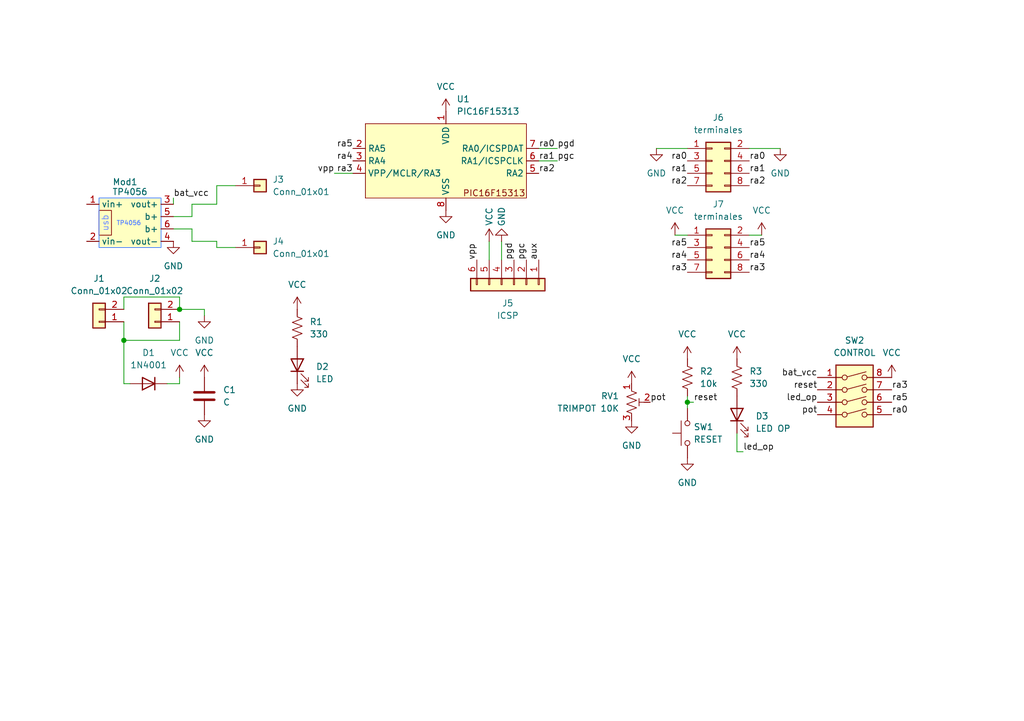
<source format=kicad_sch>
(kicad_sch (version 20231120) (generator "eeschema") (generator_version "8.0")
  (paper "A5")
  (title_block (title "Pecten mi 16F15313") (date "2025-02-23") (rev "V0.1") (company "MGV3D") (comment 1 "Ing. Mucio Fausto Gómez Vieyra"))
  (lib_symbols
    (symbol "Connector_Generic:Conn_01x01" (pin_names (offset 1.016) hide)
      (property "Reference" "J" (at 0 2.54 0))
      (property "Value" "Conn_01x01" (at 0 -2.54 0))
      (symbol "Conn_01x01_1_1"
        (rectangle (start -1.27 0.127) (end 0 -0.127) (stroke (width 0.1524)))
        (rectangle (start -1.27 1.27) (end 1.27 -1.27) (stroke (width 0.254)) (fill (type background)))
        (pin passive line (at -5.08 0 0) (length 3.81) (name "Pin_1") (number "1"))
      )
    )
    (symbol "Connector_Generic:Conn_01x02" (pin_names (offset 1.016) hide)
      (property "Reference" "J" (at 0 2.54 0))
      (property "Value" "Conn_01x02" (at 0 -5.08 0))
      (symbol "Conn_01x02_1_1"
        (rectangle (start -1.27 -2.413) (end 0 -2.667) (stroke (width 0.1524)))
        (rectangle (start -1.27 0.127) (end 0 -0.127) (stroke (width 0.1524)))
        (rectangle (start -1.27 1.27) (end 1.27 -3.81) (stroke (width 0.254)) (fill (type background)))
        (pin passive line (at -5.08 0 0) (length 3.81) (name "Pin_1") (number "1"))
        (pin passive line (at -5.08 -2.54 0) (length 3.81) (name "Pin_2") (number "2"))
      )
    )
    (symbol "Connector_Generic:Conn_01x06" (pin_names (offset 1.016) hide)
      (property "Reference" "J" (at 0 7.62 0))
      (property "Value" "Conn_01x06" (at 0 -10.16 0))
      (symbol "Conn_01x06_1_1"
        (rectangle (start -1.27 -7.493) (end 0 -7.747) (stroke (width 0.1524)))
        (rectangle (start -1.27 -4.953) (end 0 -5.207) (stroke (width 0.1524)))
        (rectangle (start -1.27 -2.413) (end 0 -2.667) (stroke (width 0.1524)))
        (rectangle (start -1.27 0.127) (end 0 -0.127) (stroke (width 0.1524)))
        (rectangle (start -1.27 2.667) (end 0 2.413) (stroke (width 0.1524)))
        (rectangle (start -1.27 5.207) (end 0 4.953) (stroke (width 0.1524)))
        (rectangle (start -1.27 6.35) (end 1.27 -8.89) (stroke (width 0.254)) (fill (type background)))
        (pin passive line (at -5.08 5.08 0) (length 3.81) (name "Pin_1") (number "1"))
        (pin passive line (at -5.08 2.54 0) (length 3.81) (name "Pin_2") (number "2"))
        (pin passive line (at -5.08 0 0) (length 3.81) (name "Pin_3") (number "3"))
        (pin passive line (at -5.08 -2.54 0) (length 3.81) (name "Pin_4") (number "4"))
        (pin passive line (at -5.08 -5.08 0) (length 3.81) (name "Pin_5") (number "5"))
        (pin passive line (at -5.08 -7.62 0) (length 3.81) (name "Pin_6") (number "6"))
      )
    )
    (symbol "Connector_Generic:Conn_02x04_Odd_Even" (pin_names (offset 1.016) hide)
      (property "Reference" "J" (at 1.27 5.08 0))
      (property "Value" "Conn_02x04_Odd_Even" (at 1.27 -7.62 0))
      (symbol "Conn_02x04_Odd_Even_1_1"
        (rectangle (start -1.27 -4.953) (end 0 -5.207) (stroke (width 0.1524)))
        (rectangle (start -1.27 -2.413) (end 0 -2.667) (stroke (width 0.1524)))
        (rectangle (start -1.27 0.127) (end 0 -0.127) (stroke (width 0.1524)))
        (rectangle (start -1.27 2.667) (end 0 2.413) (stroke (width 0.1524)))
        (rectangle (start -1.27 3.81) (end 3.81 -6.35) (stroke (width 0.254)) (fill (type background)))
        (rectangle (start 3.81 -4.953) (end 2.54 -5.207) (stroke (width 0.1524)))
        (rectangle (start 3.81 -2.413) (end 2.54 -2.667) (stroke (width 0.1524)))
        (rectangle (start 3.81 0.127) (end 2.54 -0.127) (stroke (width 0.1524)))
        (rectangle (start 3.81 2.667) (end 2.54 2.413) (stroke (width 0.1524)))
        (pin passive line (at -5.08 2.54 0) (length 3.81) (name "Pin_1") (number "1"))
        (pin passive line (at 7.62 2.54 180) (length 3.81) (name "Pin_2") (number "2"))
        (pin passive line (at -5.08 0 0) (length 3.81) (name "Pin_3") (number "3"))
        (pin passive line (at 7.62 0 180) (length 3.81) (name "Pin_4") (number "4"))
        (pin passive line (at -5.08 -2.54 0) (length 3.81) (name "Pin_5") (number "5"))
        (pin passive line (at 7.62 -2.54 180) (length 3.81) (name "Pin_6") (number "6"))
        (pin passive line (at -5.08 -5.08 0) (length 3.81) (name "Pin_7") (number "7"))
        (pin passive line (at 7.62 -5.08 180) (length 3.81) (name "Pin_8") (number "8"))
      )
    )
    (symbol "CreatedSimbols:PIC16F15313"
      (property "Reference" "U" (at 6.604 8.636 0))
      (symbol "PIC16F15313_1_1"
        (rectangle (start -16.51 7.62) (end 16.51 -7.62) (fill (type background)))
        (text "PIC16F15313" (at 9.906 -6.604 0) (effects (font (size 1.27 1.27))))
        (pin power_in line (at 0 10.16 270) (length 2.54) (name "VDD") (number "1"))
        (pin bidirectional line (at -19.05 2.54 0) (length 2.54) (name "RA5") (number "2"))
        (pin bidirectional line (at -19.05 0 0) (length 2.54) (name "RA4") (number "3"))
        (pin bidirectional line (at -19.05 -2.54 0) (length 2.54) (name "VPP/MCLR/RA3") (number "4"))
        (pin bidirectional line (at 19.05 -2.54 180) (length 2.54) (name "RA2") (number "5"))
        (pin bidirectional line (at 19.05 0 180) (length 2.54) (name "RA1/ICSPCLK") (number "6"))
        (pin bidirectional line (at 19.05 2.54 180) (length 2.54) (name "RA0/ICSPDAT") (number "7"))
        (pin power_in line (at 0 -10.16 90) (length 2.54) (name "VSS") (number "8"))
      )
    )
    (symbol "CreatedSimbols:TP4056"
      (property "Reference" "Mod1" (at -1.016 3.302 0))
      (property "Value" "TP4056" (at 0 1.27 0))
      (symbol "TP4056_0_1"
        (rectangle (start -6.35 -2.54) (end -3.81 -7.62))
      )
      (symbol "TP4056_1_1"
        (rectangle (start -6.35 0) (end 6.35 -10.16) (stroke (width 0) (color 53 116 255 1)) (fill (type background)))
        (text "TP4056" (at -0.254 -5.08 0) (effects (font (size 0.889 0.889))))
        (text "usb" (at -5.08 -5.08 900) (effects (font (size 1.27 1.27))))
        (pin power_in line (at -8.89 -1.27 0) (length 2.54) (name "vin+") (number "1"))
        (pin power_in line (at -8.89 -8.89 0) (length 2.54) (name "vin-") (number "2"))
        (pin power_out line (at 8.89 -1.27 180) (length 2.54) (name "vout+") (number "3"))
        (pin power_out line (at 8.89 -8.89 180) (length 2.54) (name "vout-") (number "4"))
        (pin power_in line (at 8.89 -3.81 180) (length 2.54) (name "b+") (number "5"))
        (pin power_in line (at 8.89 -6.35 180) (length 2.54) (name "b+") (number "6"))
      )
    )
    (symbol "Device:C" (pin_numbers hide) (pin_names (offset 0.254))
      (property "Reference" "C" (at 0.635 2.54 0))
      (property "Value" "C" (at 0.635 -2.54 0))
      (symbol "C_0_1"
        (polyline (pts (xy -2.032 -0.762) (xy 2.032 -0.762)) (stroke (width 0.508)))
        (polyline (pts (xy -2.032 0.762) (xy 2.032 0.762)) (stroke (width 0.508)))
      )
      (symbol "C_1_1"
        (pin passive line (at 0 3.81 270) (length 2.794) (name "~") (number "1"))
        (pin passive line (at 0 -3.81 90) (length 2.794) (name "~") (number "2"))
      )
    )
    (symbol "Device:LED" (pin_numbers hide) (pin_names (offset 1.016) hide)
      (property "Reference" "D" (at 0 2.54 0))
      (property "Value" "LED" (at 0 -2.54 0))
      (symbol "LED_0_1"
        (polyline (pts (xy -1.27 -1.27) (xy -1.27 1.27)) (stroke (width 0.254)))
        (polyline (pts (xy -1.27 0) (xy 1.27 0)))
        (polyline (pts (xy 1.27 -1.27) (xy 1.27 1.27) (xy -1.27 0) (xy 1.27 -1.27)) (stroke (width 0.254)))
        (polyline (pts (xy -3.048 -0.762) (xy -4.572 -2.286) (xy -3.81 -2.286) (xy -4.572 -2.286) (xy -4.572 -1.524)))
        (polyline (pts (xy -1.778 -0.762) (xy -3.302 -2.286) (xy -2.54 -2.286) (xy -3.302 -2.286) (xy -3.302 -1.524)))
      )
      (symbol "LED_1_1"
        (pin passive line (at -3.81 0 0) (length 2.54) (name "K") (number "1"))
        (pin passive line (at 3.81 0 180) (length 2.54) (name "A") (number "2"))
      )
    )
    (symbol "Device:R_Potentiometer_Trim_US" (pin_names (offset 1.016) hide)
      (property "Reference" "RV" (at -4.445 0 90))
      (property "Value" "R_Potentiometer_Trim_US" (at -2.54 0 90))
      (symbol "R_Potentiometer_Trim_US_0_1"
        (polyline (pts (xy 0 -2.286) (xy 0 -2.54)))
        (polyline (pts (xy 0 2.286) (xy 0 2.54)))
        (polyline (pts (xy 1.524 0.762) (xy 1.524 -0.762)))
        (polyline (pts (xy 2.54 0) (xy 1.524 0)))
        (polyline (pts (xy 0 -0.762) (xy 1.016 -1.143) (xy 0 -1.524) (xy -1.016 -1.905) (xy 0 -2.286)))
        (polyline (pts (xy 0 0.762) (xy 1.016 0.381) (xy 0 0) (xy -1.016 -0.381) (xy 0 -0.762)))
        (polyline (pts (xy 0 2.286) (xy 1.016 1.905) (xy 0 1.524) (xy -1.016 1.143) (xy 0 0.762)))
      )
      (symbol "R_Potentiometer_Trim_US_1_1"
        (pin passive line (at 0 3.81 270) (length 1.27) (name "1") (number "1"))
        (pin passive line (at 3.81 0 180) (length 1.27) (name "2") (number "2"))
        (pin passive line (at 0 -3.81 90) (length 1.27) (name "3") (number "3"))
      )
    )
    (symbol "Device:R_US" (pin_numbers hide) (pin_names (offset 0))
      (property "Reference" "R" (at 2.54 0 90))
      (property "Value" "R_US" (at -2.54 0 90))
      (symbol "R_US_0_1"
        (polyline (pts (xy 0 -2.286) (xy 0 -2.54)))
        (polyline (pts (xy 0 2.286) (xy 0 2.54)))
        (polyline (pts (xy 0 -0.762) (xy 1.016 -1.143) (xy 0 -1.524) (xy -1.016 -1.905) (xy 0 -2.286)))
        (polyline (pts (xy 0 0.762) (xy 1.016 0.381) (xy 0 0) (xy -1.016 -0.381) (xy 0 -0.762)))
        (polyline (pts (xy 0 2.286) (xy 1.016 1.905) (xy 0 1.524) (xy -1.016 1.143) (xy 0 0.762)))
      )
      (symbol "R_US_1_1"
        (pin passive line (at 0 3.81 270) (length 1.27) (name "~") (number "1"))
        (pin passive line (at 0 -3.81 90) (length 1.27) (name "~") (number "2"))
      )
    )
    (symbol "Diode:1N4001" (pin_numbers hide) (pin_names hide)
      (property "Reference" "D" (at 0 2.54 0))
      (property "Value" "1N4001" (at 0 -2.54 0))
      (symbol "1N4001_0_1"
        (polyline (pts (xy -1.27 1.27) (xy -1.27 -1.27)) (stroke (width 0.254)))
        (polyline (pts (xy 1.27 0) (xy -1.27 0)))
        (polyline (pts (xy 1.27 1.27) (xy 1.27 -1.27) (xy -1.27 0) (xy 1.27 1.27)) (stroke (width 0.254)))
      )
      (symbol "1N4001_1_1"
        (pin passive line (at -3.81 0 0) (length 2.54) (name "K") (number "1"))
        (pin passive line (at 3.81 0 180) (length 2.54) (name "A") (number "2"))
      )
    )
    (symbol "Switch:SW_DIP_x04" (pin_names (offset 0) hide)
      (property "Reference" "SW" (at 0 8.89 0))
      (property "Value" "SW_DIP_x04" (at 0 -6.35 0))
      (symbol "SW_DIP_x04_0_0"
        (circle (center -2.032 -2.54) (radius 0.508))
        (circle (center -2.032 0) (radius 0.508))
        (circle (center -2.032 2.54) (radius 0.508))
        (circle (center -2.032 5.08) (radius 0.508))
        (polyline (pts (xy -1.524 -2.3876) (xy 2.3622 -1.3462)))
        (polyline (pts (xy -1.524 0.127) (xy 2.3622 1.1684)))
        (polyline (pts (xy -1.524 2.667) (xy 2.3622 3.7084)))
        (polyline (pts (xy -1.524 5.207) (xy 2.3622 6.2484)))
        (circle (center 2.032 -2.54) (radius 0.508))
        (circle (center 2.032 0) (radius 0.508))
        (circle (center 2.032 2.54) (radius 0.508))
        (circle (center 2.032 5.08) (radius 0.508))
      )
      (symbol "SW_DIP_x04_0_1"
        (rectangle (start -3.81 7.62) (end 3.81 -5.08) (stroke (width 0.254)) (fill (type background)))
      )
      (symbol "SW_DIP_x04_1_1"
        (pin passive line (at -7.62 5.08 0) (length 5.08) (name "~") (number "1"))
        (pin passive line (at -7.62 2.54 0) (length 5.08) (name "~") (number "2"))
        (pin passive line (at -7.62 0 0) (length 5.08) (name "~") (number "3"))
        (pin passive line (at -7.62 -2.54 0) (length 5.08) (name "~") (number "4"))
        (pin passive line (at 7.62 -2.54 180) (length 5.08) (name "~") (number "5"))
        (pin passive line (at 7.62 0 180) (length 5.08) (name "~") (number "6"))
        (pin passive line (at 7.62 2.54 180) (length 5.08) (name "~") (number "7"))
        (pin passive line (at 7.62 5.08 180) (length 5.08) (name "~") (number "8"))
      )
    )
    (symbol "Switch:SW_Push" (pin_numbers hide) (pin_names (offset 1.016) hide)
      (property "Reference" "SW" (at 1.27 2.54 0))
      (property "Value" "SW_Push" (at 0 -1.524 0))
      (symbol "SW_Push_0_1"
        (circle (center -2.032 0) (radius 0.508))
        (polyline (pts (xy 0 1.27) (xy 0 3.048)))
        (polyline (pts (xy 2.54 1.27) (xy -2.54 1.27)))
        (circle (center 2.032 0) (radius 0.508))
        (pin passive line (at -5.08 0 0) (length 2.54) (name "1") (number "1"))
        (pin passive line (at 5.08 0 180) (length 2.54) (name "2") (number "2"))
      )
    )
    (symbol "power:GND" (power) (pin_numbers hide) (pin_names (offset 0) hide)
      (property "Value" "GND" (at 0 -3.81 0))
      (symbol "GND_0_1"
        (polyline (pts (xy 0 0) (xy 0 -1.27) (xy 1.27 -1.27) (xy 0 -2.54) (xy -1.27 -1.27) (xy 0 -1.27)))
      )
      (symbol "GND_1_1"
        (pin power_in line (at 0 0 270) (length 0) (name "~") (number "1"))
      )
    )
    (symbol "power:VCC" (power) (pin_numbers hide) (pin_names (offset 0) hide)
      (property "Value" "VCC" (at 0 3.556 0))
      (symbol "VCC_0_1"
        (polyline (pts (xy -0.762 1.27) (xy 0 2.54)))
        (polyline (pts (xy 0 0) (xy 0 2.54)))
        (polyline (pts (xy 0 2.54) (xy 0.762 1.27)))
      )
      (symbol "VCC_1_1"
        (pin power_in line (at 0 0 90) (length 0) (name "~") (number "1"))
      )
    )
  )
  (junction (at 25.4 69.85))
  (junction (at 36.83 63.5))
  (junction (at 140.97 82.55))
  (wire (pts (xy 44.45 38.1) (xy 44.45 41.91)))
  (wire (pts (xy 36.83 66.04) (xy 36.83 69.85)))
  (wire (pts (xy 25.4 66.04) (xy 25.4 69.85)))
  (wire (pts (xy 44.45 50.8) (xy 44.45 49.53)))
  (wire (pts (xy 140.97 81.28) (xy 140.97 82.55)))
  (wire (pts (xy 39.37 44.45) (xy 39.37 41.91)))
  (wire (pts (xy 48.26 38.1) (xy 44.45 38.1)))
  (wire (pts (xy 44.45 49.53) (xy 39.37 49.53)))
  (wire (pts (xy 25.4 69.85) (xy 25.4 78.74)))
  (wire (pts (xy 39.37 41.91) (xy 44.45 41.91)))
  (wire (pts (xy 100.33 49.53) (xy 100.33 53.34)))
  (wire (pts (xy 35.56 40.64) (xy 35.56 41.91)))
  (wire (pts (xy 102.87 49.53) (xy 102.87 53.34)))
  (wire (pts (xy 151.13 88.9) (xy 151.13 92.71)))
  (wire (pts (xy 48.26 50.8) (xy 44.45 50.8)))
  (wire (pts (xy 138.43 48.26) (xy 140.97 48.26)))
  (wire (pts (xy 36.83 78.74) (xy 36.83 77.47)))
  (wire (pts (xy 39.37 49.53) (xy 39.37 46.99)))
  (wire (pts (xy 34.29 78.74) (xy 36.83 78.74)))
  (wire (pts (xy 26.67 78.74) (xy 25.4 78.74)))
  (wire (pts (xy 25.4 63.5) (xy 25.4 60.96)))
  (wire (pts (xy 140.97 82.55) (xy 140.97 83.82)))
  (wire (pts (xy 39.37 46.99) (xy 35.56 46.99)))
  (wire (pts (xy 140.97 82.55) (xy 142.24 82.55)))
  (wire (pts (xy 156.21 48.26) (xy 153.67 48.26)))
  (wire (pts (xy 36.83 69.85) (xy 25.4 69.85)))
  (wire (pts (xy 35.56 44.45) (xy 39.37 44.45)))
  (wire (pts (xy 41.91 64.77) (xy 41.91 63.5)))
  (wire (pts (xy 36.83 60.96) (xy 36.83 63.5)))
  (wire (pts (xy 68.58 35.56) (xy 72.39 35.56)))
  (wire (pts (xy 110.49 30.48) (xy 114.3 30.48)))
  (wire (pts (xy 134.62 30.48) (xy 140.97 30.48)))
  (wire (pts (xy 153.67 30.48) (xy 160.02 30.48)))
  (wire (pts (xy 152.4 92.71) (xy 151.13 92.71)))
  (wire (pts (xy 110.49 33.02) (xy 114.3 33.02)))
  (wire (pts (xy 25.4 60.96) (xy 36.83 60.96)))
  (wire (pts (xy 41.91 63.5) (xy 36.83 63.5)))
  (label "led_op" (at 167.64 82.55 180))
  (label "ra4" (at 140.97 53.34 180))
  (label "ra5" (at 153.67 50.8 0))
  (label "ra5" (at 182.88 82.55 0))
  (label "vpp" (at 68.58 35.56 180))
  (label "ra3" (at 140.97 55.88 180))
  (label "led_op" (at 152.4 92.71 0))
  (label "pgd" (at 114.3 30.48 0))
  (label "ra4" (at 72.39 33.02 180))
  (label "pgc" (at 114.3 33.02 0))
  (label "ra3" (at 182.88 80.01 0))
  (label "ra0" (at 153.67 33.02 0))
  (label "reset" (at 167.64 80.01 180))
  (label "ra1" (at 140.97 35.56 180))
  (label "ra2" (at 140.97 38.1 180))
  (label "ra1" (at 110.49 33.02 0))
  (label "bat_vcc" (at 167.64 77.47 180))
  (label "pot" (at 167.64 85.09 180))
  (label "ra0" (at 110.49 30.48 0))
  (label "ra2" (at 153.67 38.1 0))
  (label "aux" (at 110.49 53.34 90))
  (label "ra1" (at 153.67 35.56 0))
  (label "ra4" (at 153.67 53.34 0))
  (label "pot" (at 133.35 82.55 0))
  (label "ra5" (at 72.39 30.48 180))
  (label "pgd" (at 105.41 53.34 90))
  (label "vpp" (at 97.79 53.34 90))
  (label "ra0" (at 182.88 85.09 0))
  (label "pgc" (at 107.95 53.34 90))
  (label "ra3" (at 72.39 35.56 180))
  (label "reset" (at 142.24 82.55 0))
  (label "ra3" (at 153.67 55.88 0))
  (label "ra0" (at 140.97 33.02 180))
  (label "ra2" (at 110.49 35.56 0))
  (label "ra5" (at 140.97 50.8 180))
  (label "bat_vcc" (at 35.56 40.64 0))
  (symbol (lib_id "power:VCC") (at 91.44 22.86 0) (unit 1)
    (property "Reference" "#PWR08" (effects (hide yes)))
    (property "Value" "VCC" (at 91.44 17.78 0))
    (property "Description" "Power symbol creates a global label with name \"VCC\"" (effects (hide yes)))
  )
  (symbol (lib_id "Switch:SW_Push") (at 140.97 88.9 90) (unit 1)
    (property "Reference" "SW1" (at 142.24 87.6299 90) (effects (justify right)))
    (property "Value" "RESET" (at 142.24 90.1699 90) (effects (justify right)))
    (property "Footprint" "Button_Switch_THT:SW_PUSH_6mm" (effects (hide yes)))
    (property "Description" "Push button switch, generic, two pins" (effects (hide yes)))
  )
  (symbol (lib_id "CreatedSimbols:TP4056") (at 26.67 40.64 0) (unit 1)
    (property "Reference" "Mod1" (at 25.654 37.338 0))
    (property "Value" "TP4056" (at 26.67 39.37 0))
    (property "Footprint" "CreatedFootprints:TP4056" (effects (hide yes)))
  )
  (symbol (lib_id "power:GND") (at 91.44 43.18 0) (unit 1)
    (property "Reference" "#PWR09" (effects (hide yes)))
    (property "Value" "GND" (at 91.44 48.26 0))
    (property "Description" "Power symbol creates a global label with name \"GND\" , ground" (effects (hide yes)))
  )
  (symbol (lib_id "power:VCC") (at 100.33 49.53 0) (unit 1)
    (property "Reference" "#PWR010" (effects (hide yes)))
    (property "Value" "VCC" (at 100.33 44.45 90))
    (property "Description" "Power symbol creates a global label with name \"VCC\"" (effects (hide yes)))
  )
  (symbol (lib_id "CreatedSimbols:PIC16F15313") (at 91.44 33.02 0) (unit 1)
    (property "Reference" "U1" (at 93.6341 20.32 0) (effects (justify left)))
    (property "Value" "PIC16F15313" (at 93.6341 22.86 0) (effects (justify left)))
    (property "Footprint" "Package_DIP:DIP-8_W7.62mm" (effects (hide yes)))
  )
  (symbol (lib_id "power:VCC") (at 60.96 63.5 0) (unit 1)
    (property "Reference" "#PWR06" (effects (hide yes)))
    (property "Value" "VCC" (at 60.96 58.42 0))
    (property "Description" "Power symbol creates a global label with name \"VCC\"" (effects (hide yes)))
  )
  (symbol (lib_id "Connector_Generic:Conn_01x02") (at 20.32 66.04 180) (unit 1)
    (property "Reference" "J1" (at 20.32 57.15 0))
    (property "Value" "Conn_01x02" (at 20.32 59.69 0))
    (property "Footprint" "Connector_PinHeader_2.54mm:PinHeader_1x02_P2.54mm_Vertical" (effects (hide yes)))
    (property "Description" "Generic connector, single row, 01x02, script generated (kicad-library-utils/schlib/autogen/connector/)" (effects (hide yes)))
  )
  (symbol (lib_id "Connector_Generic:Conn_01x01") (at 53.34 50.8 0) (unit 1)
    (property "Reference" "J4" (at 55.88 49.5299 0) (effects (justify left)))
    (property "Value" "Conn_01x01" (at 55.88 52.0699 0) (effects (justify left)))
    (property "Footprint" "TestPoint:TestPoint_Pad_D2.5mm" (effects (hide yes)))
    (property "Description" "Generic connector, single row, 01x01, script generated (kicad-library-utils/schlib/autogen/connector/)" (effects (hide yes)))
  )
  (symbol (lib_id "Device:LED") (at 60.96 74.93 90) (unit 1)
    (property "Reference" "D2" (at 64.77 75.2474 90) (effects (justify right)))
    (property "Value" "LED" (at 64.77 77.7874 90) (effects (justify right)))
    (property "Footprint" "LED_THT:LED_D3.0mm" (effects (hide yes)))
    (property "Description" "Light emitting diode" (effects (hide yes)))
  )
  (symbol (lib_id "power:GND") (at 60.96 78.74 0) (unit 1)
    (property "Reference" "#PWR07" (effects (hide yes)))
    (property "Value" "GND" (at 60.96 83.82 0))
    (property "Description" "Power symbol creates a global label with name \"GND\" , ground" (effects (hide yes)))
  )
  (symbol (lib_id "power:VCC") (at 156.21 48.26 0) (mirror y) (unit 1)
    (property "Reference" "#PWR015" (effects (hide yes)))
    (property "Value" "VCC" (at 156.21 43.18 0))
    (property "Description" "Power symbol creates a global label with name \"VCC\"" (effects (hide yes)))
  )
  (symbol (lib_id "power:GND") (at 134.62 30.48 0) (unit 1)
    (property "Reference" "#PWR012" (effects (hide yes)))
    (property "Value" "GND" (at 134.62 35.56 0))
    (property "Description" "Power symbol creates a global label with name \"GND\" , ground" (effects (hide yes)))
  )
  (symbol (lib_id "Diode:1N4001") (at 30.48 78.74 180) (unit 1)
    (property "Reference" "D1" (at 30.48 72.39 0))
    (property "Value" "1N4001" (at 30.48 74.93 0))
    (property "Footprint" "Diode_THT:D_DO-41_SOD81_P10.16mm_Horizontal" (effects (hide yes)))
    (property "Datasheet" "http://www.vishay.com/docs/88503/1n4001.pdf" (effects (hide yes)))
    (property "Description" "50V 1A General Purpose Rectifier Diode, DO-41" (effects (hide yes)))
    (property "Sim.Device" "D" (effects (hide yes)))
    (property "Sim.Pins" "1=K 2=A" (effects (hide yes)))
  )
  (symbol (lib_id "Device:R_Potentiometer_Trim_US") (at 129.54 82.55 0) (unit 1)
    (property "Reference" "RV1" (at 127 81.2799 0) (effects (justify right)))
    (property "Value" "TRIMPOT 10K" (at 127 83.8199 0) (effects (justify right)))
    (property "Footprint" "Potentiometer_THT:Potentiometer_Bourns_3296W_Vertical" (effects (hide yes)))
    (property "Description" "Trim-potentiometer, US symbol" (effects (hide yes)))
  )
  (symbol (lib_id "Device:R_US") (at 140.97 77.47 0) (unit 1)
    (property "Reference" "R2" (at 143.51 76.1999 0) (effects (justify left)))
    (property "Value" "10k" (at 143.51 78.7399 0) (effects (justify left)))
    (property "Footprint" "Resistor_THT:R_Axial_DIN0207_L6.3mm_D2.5mm_P7.62mm_Horizontal" (effects (hide yes)))
    (property "Description" "Resistor, US symbol" (effects (hide yes)))
  )
  (symbol (lib_id "power:GND") (at 102.87 49.53 180) (unit 1)
    (property "Reference" "#PWR011" (effects (hide yes)))
    (property "Value" "GND" (at 102.87 44.45 90))
    (property "Description" "Power symbol creates a global label with name \"GND\" , ground" (effects (hide yes)))
  )
  (symbol (lib_id "power:VCC") (at 151.13 73.66 0) (unit 1)
    (property "Reference" "#PWR020" (effects (hide yes)))
    (property "Value" "VCC" (at 151.13 68.58 0))
    (property "Description" "Power symbol creates a global label with name \"VCC\"" (effects (hide yes)))
  )
  (symbol (lib_id "power:VCC") (at 36.83 77.47 0) (unit 1)
    (property "Reference" "#PWR01" (effects (hide yes)))
    (property "Value" "VCC" (at 36.83 72.39 0))
    (property "Description" "Power symbol creates a global label with name \"VCC\"" (effects (hide yes)))
  )
  (symbol (lib_id "power:GND") (at 140.97 93.98 0) (unit 1)
    (property "Reference" "#PWR018" (effects (hide yes)))
    (property "Value" "GND" (at 140.97 99.06 0))
    (property "Description" "Power symbol creates a global label with name \"GND\" , ground" (effects (hide yes)))
  )
  (symbol (lib_id "power:VCC") (at 129.54 78.74 0) (unit 1)
    (property "Reference" "#PWR016" (effects (hide yes)))
    (property "Value" "VCC" (at 129.54 73.66 0))
    (property "Description" "Power symbol creates a global label with name \"VCC\"" (effects (hide yes)))
  )
  (symbol (lib_id "Device:LED") (at 151.13 85.09 90) (unit 1)
    (property "Reference" "D3" (at 154.94 85.4074 90) (effects (justify right)))
    (property "Value" "LED OP" (at 154.94 87.9474 90) (effects (justify right)))
    (property "Footprint" "LED_THT:LED_D3.0mm" (effects (hide yes)))
    (property "Description" "Light emitting diode" (effects (hide yes)))
  )
  (symbol (lib_id "Connector_Generic:Conn_01x02") (at 31.75 66.04 180) (unit 1)
    (property "Reference" "J2" (at 31.75 57.15 0))
    (property "Value" "Conn_01x02" (at 31.75 59.69 0))
    (property "Footprint" "Connector_PinHeader_2.54mm:PinHeader_1x02_P2.54mm_Vertical" (effects (hide yes)))
    (property "Description" "Generic connector, single row, 01x02, script generated (kicad-library-utils/schlib/autogen/connector/)" (effects (hide yes)))
  )
  (symbol (lib_id "power:GND") (at 41.91 85.09 0) (unit 1)
    (property "Reference" "#PWR03" (effects (hide yes)))
    (property "Value" "GND" (at 41.91 90.17 0))
    (property "Description" "Power symbol creates a global label with name \"GND\" , ground" (effects (hide yes)))
  )
  (symbol (lib_id "power:GND") (at 160.02 30.48 0) (unit 1)
    (property "Reference" "#PWR013" (effects (hide yes)))
    (property "Value" "GND" (at 160.02 35.56 0))
    (property "Description" "Power symbol creates a global label with name \"GND\" , ground" (effects (hide yes)))
  )
  (symbol (lib_id "power:VCC") (at 41.91 77.47 0) (unit 1)
    (property "Reference" "#PWR02" (effects (hide yes)))
    (property "Value" "VCC" (at 41.91 72.39 0))
    (property "Description" "Power symbol creates a global label with name \"VCC\"" (effects (hide yes)))
  )
  (symbol (lib_id "power:VCC") (at 138.43 48.26 0) (unit 1)
    (property "Reference" "#PWR014" (effects (hide yes)))
    (property "Value" "VCC" (at 138.43 43.18 0))
    (property "Description" "Power symbol creates a global label with name \"VCC\"" (effects (hide yes)))
  )
  (symbol (lib_id "Connector_Generic:Conn_02x04_Odd_Even") (at 146.05 33.02 0) (unit 1)
    (property "Reference" "J6" (at 147.32 24.13 0))
    (property "Value" "terminales" (at 147.32 26.67 0))
    (property "Footprint" "Connector_PinHeader_2.54mm:PinHeader_2x04_P2.54mm_Vertical" (effects (hide yes)))
    (property "Description" "Generic connector, double row, 02x04, odd/even pin numbering scheme (row 1 odd numbers, row 2 even numbers), script generated (kicad-library-utils/schlib/autogen/connector/)" (effects (hide yes)))
  )
  (symbol (lib_id "Connector_Generic:Conn_02x04_Odd_Even") (at 146.05 50.8 0) (unit 1)
    (property "Reference" "J7" (at 147.32 41.91 0))
    (property "Value" "terminales" (at 147.32 44.45 0))
    (property "Footprint" "Connector_PinHeader_2.54mm:PinHeader_2x04_P2.54mm_Vertical" (effects (hide yes)))
    (property "Description" "Generic connector, double row, 02x04, odd/even pin numbering scheme (row 1 odd numbers, row 2 even numbers), script generated (kicad-library-utils/schlib/autogen/connector/)" (effects (hide yes)))
  )
  (symbol (lib_id "Device:R_US") (at 151.13 77.47 0) (unit 1)
    (property "Reference" "R3" (at 153.67 76.1999 0) (effects (justify left)))
    (property "Value" "330" (at 153.67 78.7399 0) (effects (justify left)))
    (property "Footprint" "Resistor_THT:R_Axial_DIN0207_L6.3mm_D2.5mm_P7.62mm_Horizontal" (effects (hide yes)))
    (property "Description" "Resistor, US symbol" (effects (hide yes)))
  )
  (symbol (lib_id "power:GND") (at 35.56 49.53 0) (unit 1)
    (property "Reference" "#PWR05" (effects (hide yes)))
    (property "Value" "GND" (at 35.56 54.61 0))
    (property "Description" "Power symbol creates a global label with name \"GND\" , ground" (effects (hide yes)))
  )
  (symbol (lib_id "power:VCC") (at 140.97 73.66 0) (unit 1)
    (property "Reference" "#PWR019" (effects (hide yes)))
    (property "Value" "VCC" (at 140.97 68.58 0))
    (property "Description" "Power symbol creates a global label with name \"VCC\"" (effects (hide yes)))
  )
  (symbol (lib_id "power:GND") (at 129.54 86.36 0) (unit 1)
    (property "Reference" "#PWR017" (effects (hide yes)))
    (property "Value" "GND" (at 129.54 91.44 0))
    (property "Description" "Power symbol creates a global label with name \"GND\" , ground" (effects (hide yes)))
  )
  (symbol (lib_id "Switch:SW_DIP_x04") (at 175.26 82.55 0) (unit 1)
    (property "Reference" "SW2" (at 175.26 69.85 0))
    (property "Value" "CONTROL" (at 175.26 72.39 0))
    (property "Footprint" "Button_Switch_THT:SW_DIP_SPSTx04_Slide_6.7x11.72mm_W7.62mm_P2.54mm_LowProfile" (effects (hide yes)))
    (property "Description" "4x DIP Switch, Single Pole Single Throw (SPST) switch, small symbol" (effects (hide yes)))
  )
  (symbol (lib_id "power:VCC") (at 182.88 77.47 0) (unit 1)
    (property "Reference" "#PWR021" (effects (hide yes)))
    (property "Value" "VCC" (at 182.88 72.39 0))
    (property "Description" "Power symbol creates a global label with name \"VCC\"" (effects (hide yes)))
  )
  (symbol (lib_id "Connector_Generic:Conn_01x01") (at 53.34 38.1 0) (unit 1)
    (property "Reference" "J3" (at 55.88 36.8299 0) (effects (justify left)))
    (property "Value" "Conn_01x01" (at 55.88 39.3699 0) (effects (justify left)))
    (property "Footprint" "TestPoint:TestPoint_Pad_D2.5mm" (effects (hide yes)))
    (property "Description" "Generic connector, single row, 01x01, script generated (kicad-library-utils/schlib/autogen/connector/)" (effects (hide yes)))
  )
  (symbol (lib_id "Connector_Generic:Conn_01x06") (at 105.41 58.42 270) (unit 1)
    (property "Reference" "J5" (at 104.14 62.23 90))
    (property "Value" "ICSP" (at 104.14 64.77 90))
    (property "Footprint" "Connector_PinHeader_2.54mm:PinHeader_1x06_P2.54mm_Horizontal" (effects (hide yes)))
    (property "Description" "Generic connector, single row, 01x06, script generated (kicad-library-utils/schlib/autogen/connector/)" (effects (hide yes)))
  )
  (symbol (lib_id "power:GND") (at 41.91 64.77 0) (unit 1)
    (property "Reference" "#PWR04" (effects (hide yes)))
    (property "Value" "GND" (at 41.91 69.85 0))
    (property "Description" "Power symbol creates a global label with name \"GND\" , ground" (effects (hide yes)))
  )
  (symbol (lib_id "Device:R_US") (at 60.96 67.31 0) (unit 1)
    (property "Reference" "R1" (at 63.5 66.0399 0) (effects (justify left)))
    (property "Value" "330" (at 63.5 68.5799 0) (effects (justify left)))
    (property "Footprint" "Resistor_THT:R_Axial_DIN0207_L6.3mm_D2.5mm_P7.62mm_Horizontal" (effects (hide yes)))
    (property "Description" "Resistor, US symbol" (effects (hide yes)))
  )
  (symbol (lib_id "Device:C") (at 41.91 81.28 0) (unit 1)
    (property "Reference" "C1" (at 45.72 80.0099 0) (effects (justify left)))
    (property "Value" "C" (at 45.72 82.5499 0) (effects (justify left)))
    (property "Footprint" "Capacitor_THT:C_Disc_D5.0mm_W2.5mm_P5.00mm" (effects (hide yes)))
    (property "Description" "Unpolarized capacitor" (effects (hide yes)))
  )
)
</source>
